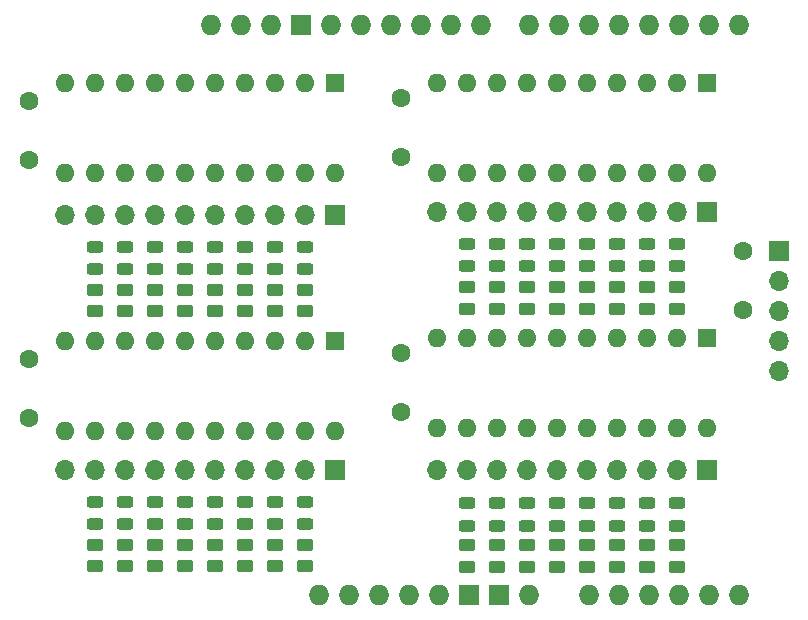
<source format=gbr>
%TF.GenerationSoftware,KiCad,Pcbnew,8.0.8*%
%TF.CreationDate,2025-02-03T13:00:51-08:00*%
%TF.ProjectId,ArduinoExpander,41726475-696e-46f4-9578-70616e646572,rev?*%
%TF.SameCoordinates,Original*%
%TF.FileFunction,Soldermask,Top*%
%TF.FilePolarity,Negative*%
%FSLAX46Y46*%
G04 Gerber Fmt 4.6, Leading zero omitted, Abs format (unit mm)*
G04 Created by KiCad (PCBNEW 8.0.8) date 2025-02-03 13:00:51*
%MOMM*%
%LPD*%
G01*
G04 APERTURE LIST*
G04 Aperture macros list*
%AMRoundRect*
0 Rectangle with rounded corners*
0 $1 Rounding radius*
0 $2 $3 $4 $5 $6 $7 $8 $9 X,Y pos of 4 corners*
0 Add a 4 corners polygon primitive as box body*
4,1,4,$2,$3,$4,$5,$6,$7,$8,$9,$2,$3,0*
0 Add four circle primitives for the rounded corners*
1,1,$1+$1,$2,$3*
1,1,$1+$1,$4,$5*
1,1,$1+$1,$6,$7*
1,1,$1+$1,$8,$9*
0 Add four rect primitives between the rounded corners*
20,1,$1+$1,$2,$3,$4,$5,0*
20,1,$1+$1,$4,$5,$6,$7,0*
20,1,$1+$1,$6,$7,$8,$9,0*
20,1,$1+$1,$8,$9,$2,$3,0*%
G04 Aperture macros list end*
%ADD10C,1.600000*%
%ADD11RoundRect,0.243750X0.456250X-0.243750X0.456250X0.243750X-0.456250X0.243750X-0.456250X-0.243750X0*%
%ADD12RoundRect,0.250000X-0.450000X0.262500X-0.450000X-0.262500X0.450000X-0.262500X0.450000X0.262500X0*%
%ADD13O,1.727200X1.727200*%
%ADD14R,1.727200X1.727200*%
%ADD15R,1.700000X1.700000*%
%ADD16O,1.700000X1.700000*%
%ADD17R,1.600000X1.600000*%
%ADD18O,1.600000X1.600000*%
G04 APERTURE END LIST*
D10*
%TO.C,C5*%
X124968000Y-73580000D03*
X124968000Y-68580000D03*
%TD*%
%TO.C,C1*%
X64516000Y-77724000D03*
X64516000Y-82724000D03*
%TD*%
D11*
%TO.C,D23*%
X104140000Y-91791000D03*
X104140000Y-89916000D03*
%TD*%
D12*
%TO.C,R9*%
X87884000Y-71835000D03*
X87884000Y-73660000D03*
%TD*%
D11*
%TO.C,D5*%
X77724000Y-91684000D03*
X77724000Y-89809000D03*
%TD*%
D12*
%TO.C,R3*%
X82804000Y-93415000D03*
X82804000Y-95240000D03*
%TD*%
%TO.C,R10*%
X85344000Y-71835000D03*
X85344000Y-73660000D03*
%TD*%
%TO.C,R22*%
X106680000Y-93472000D03*
X106680000Y-95297000D03*
%TD*%
%TO.C,R4*%
X80264000Y-93415000D03*
X80264000Y-95240000D03*
%TD*%
D11*
%TO.C,D18*%
X116840000Y-91791000D03*
X116840000Y-89916000D03*
%TD*%
D10*
%TO.C,C2*%
X64516000Y-55880000D03*
X64516000Y-60880000D03*
%TD*%
D12*
%TO.C,R27*%
X114300000Y-71628000D03*
X114300000Y-73453000D03*
%TD*%
D11*
%TO.C,D29*%
X109220000Y-67965000D03*
X109220000Y-69840000D03*
%TD*%
%TO.C,D22*%
X106680000Y-91791000D03*
X106680000Y-89916000D03*
%TD*%
D12*
%TO.C,R26*%
X116840000Y-71628000D03*
X116840000Y-73453000D03*
%TD*%
%TO.C,R19*%
X114300000Y-93472000D03*
X114300000Y-95297000D03*
%TD*%
D13*
%TO.C,A1*%
X106865200Y-97677437D03*
X82481200Y-49417437D03*
X79941200Y-49417437D03*
X94165200Y-97677437D03*
X91625200Y-97677437D03*
D14*
X104325200Y-97677437D03*
X101785200Y-97677437D03*
X87561200Y-49417437D03*
D13*
X90101200Y-49417437D03*
X92641200Y-49417437D03*
X95181200Y-49417437D03*
X97721200Y-49417437D03*
X100261200Y-49417437D03*
X102801200Y-49417437D03*
X106865200Y-49417437D03*
X109405200Y-49417437D03*
X111945200Y-49417437D03*
X114485200Y-49417437D03*
X117025200Y-49417437D03*
X119565200Y-49417437D03*
X122105200Y-49417437D03*
X124645200Y-49417437D03*
X85021200Y-49417437D03*
X124645200Y-97677437D03*
X122105200Y-97677437D03*
X119565200Y-97677437D03*
X117025200Y-97677437D03*
X114485200Y-97677437D03*
X111945200Y-97677437D03*
X99245200Y-97677437D03*
X96705200Y-97677437D03*
X89085200Y-97677437D03*
%TD*%
D11*
%TO.C,D6*%
X75184000Y-91684000D03*
X75184000Y-89809000D03*
%TD*%
%TO.C,D7*%
X72644000Y-91684000D03*
X72644000Y-89809000D03*
%TD*%
D15*
%TO.C,J3*%
X121920000Y-87112000D03*
D16*
X119380000Y-87112000D03*
X116840000Y-87112000D03*
X114300000Y-87112000D03*
X111760000Y-87112000D03*
X109220000Y-87112000D03*
X106680000Y-87112000D03*
X104140000Y-87112000D03*
X101600000Y-87112000D03*
X99060000Y-87112000D03*
%TD*%
D11*
%TO.C,D1*%
X87884000Y-91684000D03*
X87884000Y-89809000D03*
%TD*%
D12*
%TO.C,R2*%
X85344000Y-93415000D03*
X85344000Y-95240000D03*
%TD*%
D11*
%TO.C,D28*%
X111760000Y-67965000D03*
X111760000Y-69840000D03*
%TD*%
D17*
%TO.C,U1*%
X90424000Y-76200000D03*
D18*
X87884000Y-76200000D03*
X85344000Y-76200000D03*
X82804000Y-76200000D03*
X80264000Y-76200000D03*
X77724000Y-76200000D03*
X75184000Y-76200000D03*
X72644000Y-76200000D03*
X70104000Y-76200000D03*
X67564000Y-76200000D03*
X67564000Y-83820000D03*
X70104000Y-83820000D03*
X72644000Y-83820000D03*
X75184000Y-83820000D03*
X77724000Y-83820000D03*
X80264000Y-83820000D03*
X82804000Y-83820000D03*
X85344000Y-83820000D03*
X87884000Y-83820000D03*
X90424000Y-83820000D03*
%TD*%
D12*
%TO.C,R5*%
X77724000Y-93415000D03*
X77724000Y-95240000D03*
%TD*%
%TO.C,R20*%
X111760000Y-93472000D03*
X111760000Y-95297000D03*
%TD*%
D17*
%TO.C,U2*%
X90424000Y-54356000D03*
D18*
X87884000Y-54356000D03*
X85344000Y-54356000D03*
X82804000Y-54356000D03*
X80264000Y-54356000D03*
X77724000Y-54356000D03*
X75184000Y-54356000D03*
X72644000Y-54356000D03*
X70104000Y-54356000D03*
X67564000Y-54356000D03*
X67564000Y-61976000D03*
X70104000Y-61976000D03*
X72644000Y-61976000D03*
X75184000Y-61976000D03*
X77724000Y-61976000D03*
X80264000Y-61976000D03*
X82804000Y-61976000D03*
X85344000Y-61976000D03*
X87884000Y-61976000D03*
X90424000Y-61976000D03*
%TD*%
D12*
%TO.C,R30*%
X106680000Y-71628000D03*
X106680000Y-73453000D03*
%TD*%
D17*
%TO.C,U4*%
X121920000Y-54356000D03*
D18*
X119380000Y-54356000D03*
X116840000Y-54356000D03*
X114300000Y-54356000D03*
X111760000Y-54356000D03*
X109220000Y-54356000D03*
X106680000Y-54356000D03*
X104140000Y-54356000D03*
X101600000Y-54356000D03*
X99060000Y-54356000D03*
X99060000Y-61976000D03*
X101600000Y-61976000D03*
X104140000Y-61976000D03*
X106680000Y-61976000D03*
X109220000Y-61976000D03*
X111760000Y-61976000D03*
X114300000Y-61976000D03*
X116840000Y-61976000D03*
X119380000Y-61976000D03*
X121920000Y-61976000D03*
%TD*%
D11*
%TO.C,D8*%
X70104000Y-91684000D03*
X70104000Y-89809000D03*
%TD*%
D12*
%TO.C,R17*%
X119380000Y-93472000D03*
X119380000Y-95297000D03*
%TD*%
D11*
%TO.C,D13*%
X77724000Y-70104000D03*
X77724000Y-68229000D03*
%TD*%
%TO.C,D30*%
X106680000Y-67965000D03*
X106680000Y-69840000D03*
%TD*%
D15*
%TO.C,J2*%
X90424000Y-65532000D03*
D16*
X87884000Y-65532000D03*
X85344000Y-65532000D03*
X82804000Y-65532000D03*
X80264000Y-65532000D03*
X77724000Y-65532000D03*
X75184000Y-65532000D03*
X72644000Y-65532000D03*
X70104000Y-65532000D03*
X67564000Y-65532000D03*
%TD*%
D11*
%TO.C,D14*%
X75184000Y-70104000D03*
X75184000Y-68229000D03*
%TD*%
%TO.C,D24*%
X101600000Y-91791000D03*
X101600000Y-89916000D03*
%TD*%
D12*
%TO.C,R29*%
X109220000Y-71628000D03*
X109220000Y-73453000D03*
%TD*%
D10*
%TO.C,C3*%
X96012000Y-55616000D03*
X96012000Y-60616000D03*
%TD*%
D12*
%TO.C,R1*%
X87884000Y-93415000D03*
X87884000Y-95240000D03*
%TD*%
%TO.C,R13*%
X77724000Y-71835000D03*
X77724000Y-73660000D03*
%TD*%
D11*
%TO.C,D27*%
X114300000Y-67965000D03*
X114300000Y-69840000D03*
%TD*%
D12*
%TO.C,R15*%
X72644000Y-71835000D03*
X72644000Y-73660000D03*
%TD*%
%TO.C,R7*%
X72644000Y-93415000D03*
X72644000Y-95240000D03*
%TD*%
D11*
%TO.C,D16*%
X70104000Y-70104000D03*
X70104000Y-68229000D03*
%TD*%
%TO.C,D19*%
X114300000Y-91791000D03*
X114300000Y-89916000D03*
%TD*%
%TO.C,D2*%
X85344000Y-91684000D03*
X85344000Y-89809000D03*
%TD*%
D12*
%TO.C,R18*%
X116840000Y-93472000D03*
X116840000Y-95297000D03*
%TD*%
%TO.C,R12*%
X80264000Y-71835000D03*
X80264000Y-73660000D03*
%TD*%
%TO.C,R14*%
X75184000Y-71835000D03*
X75184000Y-73660000D03*
%TD*%
D11*
%TO.C,D17*%
X119380000Y-91791000D03*
X119380000Y-89916000D03*
%TD*%
%TO.C,D25*%
X119380000Y-69840000D03*
X119380000Y-67965000D03*
%TD*%
%TO.C,D21*%
X109220000Y-91791000D03*
X109220000Y-89916000D03*
%TD*%
D12*
%TO.C,R31*%
X104140000Y-71628000D03*
X104140000Y-73453000D03*
%TD*%
%TO.C,R28*%
X111760000Y-71628000D03*
X111760000Y-73453000D03*
%TD*%
D11*
%TO.C,D26*%
X116840000Y-67965000D03*
X116840000Y-69840000D03*
%TD*%
D12*
%TO.C,R16*%
X70104000Y-71835000D03*
X70104000Y-73660000D03*
%TD*%
%TO.C,R23*%
X104140000Y-93472000D03*
X104140000Y-95297000D03*
%TD*%
D11*
%TO.C,D11*%
X82804000Y-70104000D03*
X82804000Y-68229000D03*
%TD*%
%TO.C,D15*%
X72644000Y-68229000D03*
X72644000Y-70104000D03*
%TD*%
D10*
%TO.C,C4*%
X96012000Y-77216000D03*
X96012000Y-82216000D03*
%TD*%
D17*
%TO.C,U3*%
X121920000Y-75936000D03*
D18*
X119380000Y-75936000D03*
X116840000Y-75936000D03*
X114300000Y-75936000D03*
X111760000Y-75936000D03*
X109220000Y-75936000D03*
X106680000Y-75936000D03*
X104140000Y-75936000D03*
X101600000Y-75936000D03*
X99060000Y-75936000D03*
X99060000Y-83556000D03*
X101600000Y-83556000D03*
X104140000Y-83556000D03*
X106680000Y-83556000D03*
X109220000Y-83556000D03*
X111760000Y-83556000D03*
X114300000Y-83556000D03*
X116840000Y-83556000D03*
X119380000Y-83556000D03*
X121920000Y-83556000D03*
%TD*%
D15*
%TO.C,J4*%
X121920000Y-65268000D03*
D16*
X119380000Y-65268000D03*
X116840000Y-65268000D03*
X114300000Y-65268000D03*
X111760000Y-65268000D03*
X109220000Y-65268000D03*
X106680000Y-65268000D03*
X104140000Y-65268000D03*
X101600000Y-65268000D03*
X99060000Y-65268000D03*
%TD*%
D12*
%TO.C,R21*%
X109220000Y-93472000D03*
X109220000Y-95297000D03*
%TD*%
D11*
%TO.C,D9*%
X87884000Y-70104000D03*
X87884000Y-68229000D03*
%TD*%
%TO.C,D12*%
X80264000Y-70104000D03*
X80264000Y-68229000D03*
%TD*%
%TO.C,D4*%
X80264000Y-91684000D03*
X80264000Y-89809000D03*
%TD*%
D12*
%TO.C,R6*%
X75184000Y-93415000D03*
X75184000Y-95240000D03*
%TD*%
D15*
%TO.C,J5*%
X128016000Y-68580000D03*
D16*
X128016000Y-71120000D03*
X128016000Y-73660000D03*
X128016000Y-76200000D03*
X128016000Y-78740000D03*
%TD*%
D12*
%TO.C,R25*%
X119380000Y-71628000D03*
X119380000Y-73453000D03*
%TD*%
D11*
%TO.C,D3*%
X82804000Y-91684000D03*
X82804000Y-89809000D03*
%TD*%
D12*
%TO.C,R32*%
X101600000Y-71628000D03*
X101600000Y-73453000D03*
%TD*%
%TO.C,R8*%
X70104000Y-93415000D03*
X70104000Y-95240000D03*
%TD*%
D11*
%TO.C,D20*%
X111760000Y-91791000D03*
X111760000Y-89916000D03*
%TD*%
%TO.C,D10*%
X85344000Y-70104000D03*
X85344000Y-68229000D03*
%TD*%
D15*
%TO.C,J1*%
X90424000Y-87112000D03*
D16*
X87884000Y-87112000D03*
X85344000Y-87112000D03*
X82804000Y-87112000D03*
X80264000Y-87112000D03*
X77724000Y-87112000D03*
X75184000Y-87112000D03*
X72644000Y-87112000D03*
X70104000Y-87112000D03*
X67564000Y-87112000D03*
%TD*%
D11*
%TO.C,D32*%
X101600000Y-67965000D03*
X101600000Y-69840000D03*
%TD*%
D12*
%TO.C,R24*%
X101600000Y-93472000D03*
X101600000Y-95297000D03*
%TD*%
D11*
%TO.C,D31*%
X104140000Y-67965000D03*
X104140000Y-69840000D03*
%TD*%
D12*
%TO.C,R11*%
X82804000Y-71835000D03*
X82804000Y-73660000D03*
%TD*%
M02*

</source>
